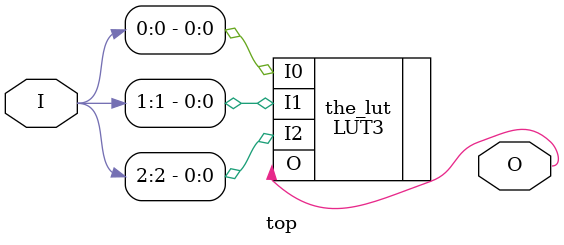
<source format=v>
module top(
  input  wire [2:0] I,
  output wire O
);

  LUT3 #(.INIT(0)) the_lut (
    .I0(I[0]),
    .I1(I[1]),
    .I2(I[2]),
    .O(O)
  );

endmodule

</source>
